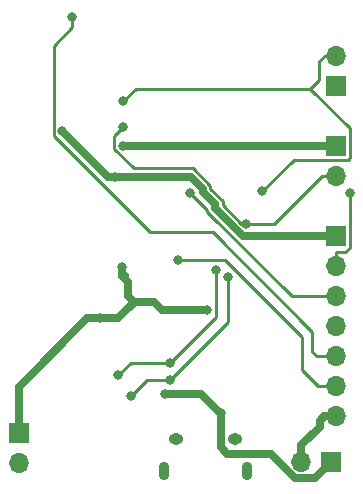
<source format=gbl>
G04 #@! TF.GenerationSoftware,KiCad,Pcbnew,(5.1.9)-1*
G04 #@! TF.CreationDate,2021-07-08T12:05:04+02:00*
G04 #@! TF.ProjectId,iot-postbox,696f742d-706f-4737-9462-6f782e6b6963,v0.0*
G04 #@! TF.SameCoordinates,Original*
G04 #@! TF.FileFunction,Copper,L2,Bot*
G04 #@! TF.FilePolarity,Positive*
%FSLAX46Y46*%
G04 Gerber Fmt 4.6, Leading zero omitted, Abs format (unit mm)*
G04 Created by KiCad (PCBNEW (5.1.9)-1) date 2021-07-08 12:05:04*
%MOMM*%
%LPD*%
G01*
G04 APERTURE LIST*
G04 #@! TA.AperFunction,ComponentPad*
%ADD10O,1.700000X1.700000*%
G04 #@! TD*
G04 #@! TA.AperFunction,ComponentPad*
%ADD11R,1.700000X1.700000*%
G04 #@! TD*
G04 #@! TA.AperFunction,ComponentPad*
%ADD12O,1.250000X0.950000*%
G04 #@! TD*
G04 #@! TA.AperFunction,ComponentPad*
%ADD13O,0.890000X1.550000*%
G04 #@! TD*
G04 #@! TA.AperFunction,ViaPad*
%ADD14C,0.800000*%
G04 #@! TD*
G04 #@! TA.AperFunction,Conductor*
%ADD15C,0.250000*%
G04 #@! TD*
G04 #@! TA.AperFunction,Conductor*
%ADD16C,0.650000*%
G04 #@! TD*
G04 APERTURE END LIST*
D10*
X129032000Y-146418300D03*
X129032000Y-143878300D03*
X129032000Y-141338300D03*
X129032000Y-138798300D03*
X129032000Y-136258300D03*
X129032000Y-133718300D03*
D11*
X129032000Y-131178300D03*
X102180000Y-147820000D03*
D10*
X102180000Y-150360000D03*
D12*
X115510000Y-148320000D03*
X120510000Y-148320000D03*
D13*
X114510000Y-151020000D03*
X121510000Y-151020000D03*
D10*
X126120000Y-150260000D03*
D11*
X128660000Y-150260000D03*
D10*
X129030000Y-115880000D03*
D11*
X129030000Y-118420000D03*
D10*
X129030000Y-126060000D03*
D11*
X129030000Y-123520000D03*
D14*
X115671600Y-133172200D03*
X111038700Y-119763300D03*
X122784900Y-127380100D03*
X111019700Y-121922100D03*
X121463700Y-130121300D03*
X106705400Y-112572800D03*
X130205300Y-127532100D03*
X116713000Y-127482600D03*
X114579400Y-144500600D03*
X105871300Y-122299600D03*
X110341700Y-126134000D03*
X119278400Y-146151600D03*
X111015400Y-123496500D03*
X118127000Y-137451300D03*
X110947200Y-133756400D03*
X109067600Y-138124900D03*
X119938800Y-134620000D03*
X114997100Y-143339300D03*
X111658400Y-144703800D03*
X114988900Y-141903800D03*
X110617000Y-142951200D03*
X118922800Y-134010400D03*
D15*
X115671600Y-133172200D02*
X119659400Y-133172200D01*
X119659400Y-133172200D02*
X119659400Y-133197600D01*
X119659400Y-133197600D02*
X126136400Y-139674600D01*
X126136400Y-139674600D02*
X126136400Y-142468600D01*
X127537800Y-143870000D02*
X129035000Y-143870000D01*
X126136400Y-142468600D02*
X127537800Y-143870000D01*
X126875600Y-118679600D02*
X112122400Y-118679600D01*
X112122400Y-118679600D02*
X111038700Y-119763300D01*
X126875600Y-118679600D02*
X130205400Y-122009400D01*
X130205400Y-122009400D02*
X130205400Y-124562600D01*
X130205400Y-124562600D02*
X130072600Y-124695400D01*
X130072600Y-124695400D02*
X125469600Y-124695400D01*
X125469600Y-124695400D02*
X122784900Y-127380100D01*
X127590900Y-117964300D02*
X127590900Y-116376100D01*
X127590900Y-117964300D02*
X126875600Y-118679600D01*
X128087000Y-115880000D02*
X129030000Y-115880000D01*
X127590900Y-116376100D02*
X128087000Y-115880000D01*
X127854700Y-126060000D02*
X123793400Y-130121300D01*
X123793400Y-130121300D02*
X121463700Y-130121300D01*
X129030000Y-126060000D02*
X127854700Y-126060000D01*
X119444820Y-128552170D02*
X121013950Y-130121300D01*
X119444820Y-128177568D02*
X119444820Y-128552170D01*
X116927254Y-125408600D02*
X118404410Y-126885756D01*
X121013950Y-130121300D02*
X121463700Y-130121300D01*
X111901700Y-125408600D02*
X116927254Y-125408600D01*
X118404410Y-127137158D02*
X119444820Y-128177568D01*
X110290000Y-123796900D02*
X111901700Y-125408600D01*
X110290000Y-122651800D02*
X110290000Y-123796900D01*
X118404410Y-126885756D02*
X118404410Y-127137158D01*
X111019700Y-121922100D02*
X110290000Y-122651800D01*
X113327700Y-130852500D02*
X105132300Y-122657100D01*
X105132300Y-122657100D02*
X105132300Y-115051900D01*
X105132300Y-115051900D02*
X106710200Y-113474000D01*
X127050800Y-139268200D02*
X118635100Y-130852500D01*
X127050800Y-140944600D02*
X127050800Y-139268200D01*
X127436200Y-141330000D02*
X127050800Y-140944600D01*
X118635100Y-130852500D02*
X117161900Y-130852500D01*
X129035000Y-141330000D02*
X127436200Y-141330000D01*
X117161900Y-130852500D02*
X113327700Y-130852500D01*
X117382200Y-130852500D02*
X117161900Y-130852500D01*
X106710200Y-112577600D02*
X106705400Y-112572800D01*
X106710200Y-113474000D02*
X106710200Y-112577600D01*
X129035000Y-133710000D02*
X129035000Y-132534700D01*
X129035000Y-132534700D02*
X129843000Y-132534700D01*
X129843000Y-132534700D02*
X130210400Y-132167300D01*
X130210400Y-132167300D02*
X130210400Y-127537200D01*
X130210400Y-127537200D02*
X130205300Y-127532100D01*
X129035000Y-136250000D02*
X125294300Y-136250000D01*
X125294300Y-136250000D02*
X118144800Y-129100500D01*
X118144800Y-128914400D02*
X116713000Y-127482600D01*
X118144800Y-129100500D02*
X118144800Y-128914400D01*
D16*
X128660000Y-150260000D02*
X127242200Y-151677800D01*
X127242200Y-151677800D02*
X125572600Y-151677800D01*
X125572600Y-151677800D02*
X123514800Y-149620000D01*
X110341700Y-126134000D02*
X109705700Y-126134000D01*
X109705700Y-126134000D02*
X105871300Y-122299600D01*
X114579400Y-144500600D02*
X117602000Y-144500600D01*
X117602000Y-144500600D02*
X119303800Y-146202400D01*
X123514800Y-149620000D02*
X119851200Y-149620000D01*
X119278400Y-149047200D02*
X119851200Y-149620000D01*
X119278400Y-146151600D02*
X119278400Y-149047200D01*
X117754400Y-127154998D02*
X116733402Y-126134000D01*
X116486900Y-126134000D02*
X110341700Y-126134000D01*
X117754400Y-127406400D02*
X117754400Y-127154998D01*
X118794810Y-128446810D02*
X117754400Y-127406400D01*
X118794810Y-128821412D02*
X118794810Y-128446810D01*
X116733402Y-126134000D02*
X116486900Y-126134000D01*
X121143398Y-131170000D02*
X118794810Y-128821412D01*
X129035000Y-131170000D02*
X121143398Y-131170000D01*
X129030000Y-123520000D02*
X127654700Y-123520000D01*
X111015400Y-123496500D02*
X127631200Y-123496500D01*
X127631200Y-123496500D02*
X127654700Y-123520000D01*
X126120000Y-150260000D02*
X126120000Y-148884700D01*
X126120000Y-148884700D02*
X127659700Y-147345000D01*
X129035000Y-146410000D02*
X128037000Y-146410000D01*
X127659700Y-146787300D02*
X127659700Y-147345000D01*
X128037000Y-146410000D02*
X127659700Y-146787300D01*
X108000000Y-138124900D02*
X110622000Y-138124900D01*
X102180000Y-147820000D02*
X102180000Y-143944900D01*
X102180000Y-143944900D02*
X108000000Y-138124900D01*
X111295600Y-137451300D02*
X110622000Y-138124900D01*
X110947200Y-133756400D02*
X110947200Y-134315200D01*
X110947200Y-134315200D02*
X111175800Y-134543800D01*
X110947200Y-134315200D02*
X110947200Y-134569200D01*
X110947200Y-134569200D02*
X111404400Y-135026400D01*
X111404400Y-135026400D02*
X111404400Y-136245600D01*
X111404400Y-136245600D02*
X111937800Y-136779000D01*
X111937800Y-136809100D02*
X111295600Y-137451300D01*
X111937800Y-136779000D02*
X111937800Y-136809100D01*
X113639600Y-136779000D02*
X114311900Y-137451300D01*
X111937800Y-136779000D02*
X113639600Y-136779000D01*
X114311900Y-137451300D02*
X118127000Y-137451300D01*
D15*
X114997100Y-143339300D02*
X119638400Y-138698000D01*
X113022900Y-143339300D02*
X111658400Y-144703800D01*
X114997100Y-143339300D02*
X113022900Y-143339300D01*
X119938800Y-138397600D02*
X119638400Y-138698000D01*
X119938800Y-134620000D02*
X119938800Y-138397600D01*
X118884300Y-138008400D02*
X114988900Y-141903800D01*
X111664400Y-141903800D02*
X110617000Y-142951200D01*
X114988900Y-141903800D02*
X111664400Y-141903800D01*
X118884300Y-134048900D02*
X118922800Y-134010400D01*
X118884300Y-138008400D02*
X118884300Y-134048900D01*
M02*

</source>
